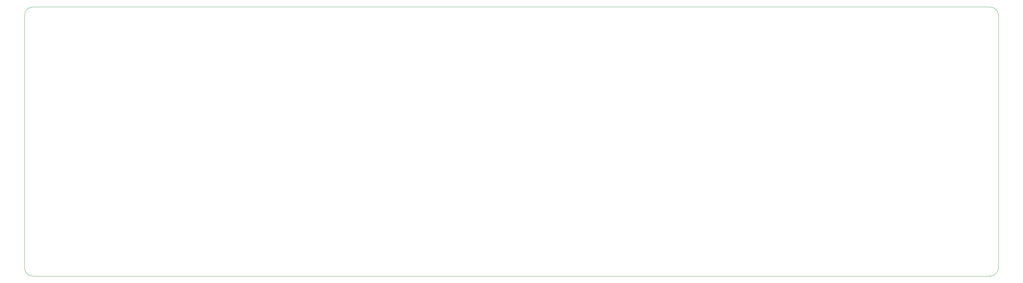
<source format=gbr>
%TF.GenerationSoftware,KiCad,Pcbnew,(7.0.0)*%
%TF.CreationDate,2024-02-03T20:42:43+01:00*%
%TF.ProjectId,the expanse,74686520-6578-4706-916e-73652e6b6963,rev?*%
%TF.SameCoordinates,Original*%
%TF.FileFunction,Profile,NP*%
%FSLAX46Y46*%
G04 Gerber Fmt 4.6, Leading zero omitted, Abs format (unit mm)*
G04 Created by KiCad (PCBNEW (7.0.0)) date 2024-02-03 20:42:43*
%MOMM*%
%LPD*%
G01*
G04 APERTURE LIST*
%TA.AperFunction,Profile*%
%ADD10C,0.100000*%
%TD*%
G04 APERTURE END LIST*
D10*
X15875000Y-18056250D02*
X15875000Y-89693750D01*
X18256250Y-15675000D02*
G75*
G03*
X15875000Y-18056250I0J-2381250D01*
G01*
X18256250Y-92075000D02*
X289718750Y-92075000D01*
X289718750Y-92075000D02*
G75*
G03*
X292100000Y-89693750I-50J2381300D01*
G01*
X15875000Y-89693750D02*
G75*
G03*
X18256250Y-92075000I2381250J0D01*
G01*
X292100000Y-18056250D02*
G75*
G03*
X289718750Y-15675000I-2381300J-50D01*
G01*
X289718750Y-15675000D02*
X18256250Y-15675000D01*
X292100000Y-89693750D02*
X292100000Y-18056250D01*
M02*

</source>
